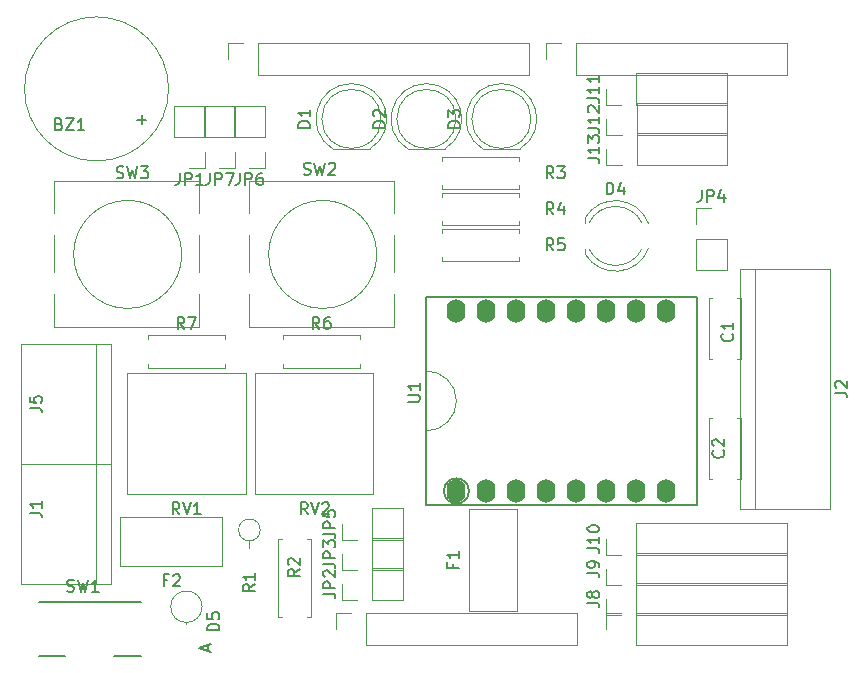
<source format=gbr>
%TF.GenerationSoftware,KiCad,Pcbnew,6.0.7-f9a2dced07~116~ubuntu20.04.1*%
%TF.CreationDate,2022-09-07T12:35:24+02:00*%
%TF.ProjectId,BATConcho,42415443-6f6e-4636-986f-2e6b69636164,rev?*%
%TF.SameCoordinates,Original*%
%TF.FileFunction,Legend,Top*%
%TF.FilePolarity,Positive*%
%FSLAX46Y46*%
G04 Gerber Fmt 4.6, Leading zero omitted, Abs format (unit mm)*
G04 Created by KiCad (PCBNEW 6.0.7-f9a2dced07~116~ubuntu20.04.1) date 2022-09-07 12:35:24*
%MOMM*%
%LPD*%
G01*
G04 APERTURE LIST*
%ADD10C,0.150000*%
%ADD11C,0.120000*%
%ADD12O,1.600000X2.000000*%
G04 APERTURE END LIST*
D10*
%TO.C,R7*%
X113803333Y-72047380D02*
X113470000Y-71571190D01*
X113231904Y-72047380D02*
X113231904Y-71047380D01*
X113612857Y-71047380D01*
X113708095Y-71095000D01*
X113755714Y-71142619D01*
X113803333Y-71237857D01*
X113803333Y-71380714D01*
X113755714Y-71475952D01*
X113708095Y-71523571D01*
X113612857Y-71571190D01*
X113231904Y-71571190D01*
X114136666Y-71047380D02*
X114803333Y-71047380D01*
X114374761Y-72047380D01*
%TO.C,R2*%
X123566380Y-92419666D02*
X123090190Y-92753000D01*
X123566380Y-92991095D02*
X122566380Y-92991095D01*
X122566380Y-92610142D01*
X122614000Y-92514904D01*
X122661619Y-92467285D01*
X122756857Y-92419666D01*
X122899714Y-92419666D01*
X122994952Y-92467285D01*
X123042571Y-92514904D01*
X123090190Y-92610142D01*
X123090190Y-92991095D01*
X122661619Y-92038714D02*
X122614000Y-91991095D01*
X122566380Y-91895857D01*
X122566380Y-91657761D01*
X122614000Y-91562523D01*
X122661619Y-91514904D01*
X122756857Y-91467285D01*
X122852095Y-91467285D01*
X122994952Y-91514904D01*
X123566380Y-92086333D01*
X123566380Y-91467285D01*
%TO.C,J10*%
X147922380Y-90649523D02*
X148636666Y-90649523D01*
X148779523Y-90697142D01*
X148874761Y-90792380D01*
X148922380Y-90935238D01*
X148922380Y-91030476D01*
X148922380Y-89649523D02*
X148922380Y-90220952D01*
X148922380Y-89935238D02*
X147922380Y-89935238D01*
X148065238Y-90030476D01*
X148160476Y-90125714D01*
X148208095Y-90220952D01*
X147922380Y-89030476D02*
X147922380Y-88935238D01*
X147970000Y-88840000D01*
X148017619Y-88792380D01*
X148112857Y-88744761D01*
X148303333Y-88697142D01*
X148541428Y-88697142D01*
X148731904Y-88744761D01*
X148827142Y-88792380D01*
X148874761Y-88840000D01*
X148922380Y-88935238D01*
X148922380Y-89030476D01*
X148874761Y-89125714D01*
X148827142Y-89173333D01*
X148731904Y-89220952D01*
X148541428Y-89268571D01*
X148303333Y-89268571D01*
X148112857Y-89220952D01*
X148017619Y-89173333D01*
X147970000Y-89125714D01*
X147922380Y-89030476D01*
%TO.C,F1*%
X136504571Y-91951333D02*
X136504571Y-92284666D01*
X137028380Y-92284666D02*
X136028380Y-92284666D01*
X136028380Y-91808476D01*
X137028380Y-90903714D02*
X137028380Y-91475142D01*
X137028380Y-91189428D02*
X136028380Y-91189428D01*
X136171238Y-91284666D01*
X136266476Y-91379904D01*
X136314095Y-91475142D01*
%TO.C,J11*%
X147922380Y-52549523D02*
X148636666Y-52549523D01*
X148779523Y-52597142D01*
X148874761Y-52692380D01*
X148922380Y-52835238D01*
X148922380Y-52930476D01*
X148922380Y-51549523D02*
X148922380Y-52120952D01*
X148922380Y-51835238D02*
X147922380Y-51835238D01*
X148065238Y-51930476D01*
X148160476Y-52025714D01*
X148208095Y-52120952D01*
X148922380Y-50597142D02*
X148922380Y-51168571D01*
X148922380Y-50882857D02*
X147922380Y-50882857D01*
X148065238Y-50978095D01*
X148160476Y-51073333D01*
X148208095Y-51168571D01*
%TO.C,D4*%
X149558904Y-60678380D02*
X149558904Y-59678380D01*
X149797000Y-59678380D01*
X149939857Y-59726000D01*
X150035095Y-59821238D01*
X150082714Y-59916476D01*
X150130333Y-60106952D01*
X150130333Y-60249809D01*
X150082714Y-60440285D01*
X150035095Y-60535523D01*
X149939857Y-60630761D01*
X149797000Y-60678380D01*
X149558904Y-60678380D01*
X150987476Y-60011714D02*
X150987476Y-60678380D01*
X150749380Y-59630761D02*
X150511285Y-60345047D01*
X151130333Y-60345047D01*
%TO.C,SW2*%
X123906666Y-58954761D02*
X124049523Y-59002380D01*
X124287619Y-59002380D01*
X124382857Y-58954761D01*
X124430476Y-58907142D01*
X124478095Y-58811904D01*
X124478095Y-58716666D01*
X124430476Y-58621428D01*
X124382857Y-58573809D01*
X124287619Y-58526190D01*
X124097142Y-58478571D01*
X124001904Y-58430952D01*
X123954285Y-58383333D01*
X123906666Y-58288095D01*
X123906666Y-58192857D01*
X123954285Y-58097619D01*
X124001904Y-58050000D01*
X124097142Y-58002380D01*
X124335238Y-58002380D01*
X124478095Y-58050000D01*
X124811428Y-58002380D02*
X125049523Y-59002380D01*
X125240000Y-58288095D01*
X125430476Y-59002380D01*
X125668571Y-58002380D01*
X126001904Y-58097619D02*
X126049523Y-58050000D01*
X126144761Y-58002380D01*
X126382857Y-58002380D01*
X126478095Y-58050000D01*
X126525714Y-58097619D01*
X126573333Y-58192857D01*
X126573333Y-58288095D01*
X126525714Y-58430952D01*
X125954285Y-59002380D01*
X126573333Y-59002380D01*
%TO.C,RV2*%
X124234761Y-87752380D02*
X123901428Y-87276190D01*
X123663333Y-87752380D02*
X123663333Y-86752380D01*
X124044285Y-86752380D01*
X124139523Y-86800000D01*
X124187142Y-86847619D01*
X124234761Y-86942857D01*
X124234761Y-87085714D01*
X124187142Y-87180952D01*
X124139523Y-87228571D01*
X124044285Y-87276190D01*
X123663333Y-87276190D01*
X124520476Y-86752380D02*
X124853809Y-87752380D01*
X125187142Y-86752380D01*
X125472857Y-86847619D02*
X125520476Y-86800000D01*
X125615714Y-86752380D01*
X125853809Y-86752380D01*
X125949047Y-86800000D01*
X125996666Y-86847619D01*
X126044285Y-86942857D01*
X126044285Y-87038095D01*
X125996666Y-87180952D01*
X125425238Y-87752380D01*
X126044285Y-87752380D01*
%TO.C,D2*%
X130782380Y-55018095D02*
X129782380Y-55018095D01*
X129782380Y-54780000D01*
X129830000Y-54637142D01*
X129925238Y-54541904D01*
X130020476Y-54494285D01*
X130210952Y-54446666D01*
X130353809Y-54446666D01*
X130544285Y-54494285D01*
X130639523Y-54541904D01*
X130734761Y-54637142D01*
X130782380Y-54780000D01*
X130782380Y-55018095D01*
X129877619Y-54065714D02*
X129830000Y-54018095D01*
X129782380Y-53922857D01*
X129782380Y-53684761D01*
X129830000Y-53589523D01*
X129877619Y-53541904D01*
X129972857Y-53494285D01*
X130068095Y-53494285D01*
X130210952Y-53541904D01*
X130782380Y-54113333D01*
X130782380Y-53494285D01*
%TO.C,JP7*%
X115930666Y-58861380D02*
X115930666Y-59575666D01*
X115883047Y-59718523D01*
X115787809Y-59813761D01*
X115644952Y-59861380D01*
X115549714Y-59861380D01*
X116406857Y-59861380D02*
X116406857Y-58861380D01*
X116787809Y-58861380D01*
X116883047Y-58909000D01*
X116930666Y-58956619D01*
X116978285Y-59051857D01*
X116978285Y-59194714D01*
X116930666Y-59289952D01*
X116883047Y-59337571D01*
X116787809Y-59385190D01*
X116406857Y-59385190D01*
X117311619Y-58861380D02*
X117978285Y-58861380D01*
X117549714Y-59861380D01*
%TO.C,D3*%
X137132380Y-55018095D02*
X136132380Y-55018095D01*
X136132380Y-54780000D01*
X136180000Y-54637142D01*
X136275238Y-54541904D01*
X136370476Y-54494285D01*
X136560952Y-54446666D01*
X136703809Y-54446666D01*
X136894285Y-54494285D01*
X136989523Y-54541904D01*
X137084761Y-54637142D01*
X137132380Y-54780000D01*
X137132380Y-55018095D01*
X136132380Y-54113333D02*
X136132380Y-53494285D01*
X136513333Y-53827619D01*
X136513333Y-53684761D01*
X136560952Y-53589523D01*
X136608571Y-53541904D01*
X136703809Y-53494285D01*
X136941904Y-53494285D01*
X137037142Y-53541904D01*
X137084761Y-53589523D01*
X137132380Y-53684761D01*
X137132380Y-53970476D01*
X137084761Y-54065714D01*
X137037142Y-54113333D01*
%TO.C,JP2*%
X125570380Y-94483333D02*
X126284666Y-94483333D01*
X126427523Y-94530952D01*
X126522761Y-94626190D01*
X126570380Y-94769047D01*
X126570380Y-94864285D01*
X126570380Y-94007142D02*
X125570380Y-94007142D01*
X125570380Y-93626190D01*
X125618000Y-93530952D01*
X125665619Y-93483333D01*
X125760857Y-93435714D01*
X125903714Y-93435714D01*
X125998952Y-93483333D01*
X126046571Y-93530952D01*
X126094190Y-93626190D01*
X126094190Y-94007142D01*
X125665619Y-93054761D02*
X125618000Y-93007142D01*
X125570380Y-92911904D01*
X125570380Y-92673809D01*
X125618000Y-92578571D01*
X125665619Y-92530952D01*
X125760857Y-92483333D01*
X125856095Y-92483333D01*
X125998952Y-92530952D01*
X126570380Y-93102380D01*
X126570380Y-92483333D01*
%TO.C,J13*%
X147932380Y-57629523D02*
X148646666Y-57629523D01*
X148789523Y-57677142D01*
X148884761Y-57772380D01*
X148932380Y-57915238D01*
X148932380Y-58010476D01*
X148932380Y-56629523D02*
X148932380Y-57200952D01*
X148932380Y-56915238D02*
X147932380Y-56915238D01*
X148075238Y-57010476D01*
X148170476Y-57105714D01*
X148218095Y-57200952D01*
X147932380Y-56296190D02*
X147932380Y-55677142D01*
X148313333Y-56010476D01*
X148313333Y-55867619D01*
X148360952Y-55772380D01*
X148408571Y-55724761D01*
X148503809Y-55677142D01*
X148741904Y-55677142D01*
X148837142Y-55724761D01*
X148884761Y-55772380D01*
X148932380Y-55867619D01*
X148932380Y-56153333D01*
X148884761Y-56248571D01*
X148837142Y-56296190D01*
%TO.C,J12*%
X147932380Y-55089523D02*
X148646666Y-55089523D01*
X148789523Y-55137142D01*
X148884761Y-55232380D01*
X148932380Y-55375238D01*
X148932380Y-55470476D01*
X148932380Y-54089523D02*
X148932380Y-54660952D01*
X148932380Y-54375238D02*
X147932380Y-54375238D01*
X148075238Y-54470476D01*
X148170476Y-54565714D01*
X148218095Y-54660952D01*
X148027619Y-53708571D02*
X147980000Y-53660952D01*
X147932380Y-53565714D01*
X147932380Y-53327619D01*
X147980000Y-53232380D01*
X148027619Y-53184761D01*
X148122857Y-53137142D01*
X148218095Y-53137142D01*
X148360952Y-53184761D01*
X148932380Y-53756190D01*
X148932380Y-53137142D01*
%TO.C,SW3*%
X108064666Y-59256761D02*
X108207523Y-59304380D01*
X108445619Y-59304380D01*
X108540857Y-59256761D01*
X108588476Y-59209142D01*
X108636095Y-59113904D01*
X108636095Y-59018666D01*
X108588476Y-58923428D01*
X108540857Y-58875809D01*
X108445619Y-58828190D01*
X108255142Y-58780571D01*
X108159904Y-58732952D01*
X108112285Y-58685333D01*
X108064666Y-58590095D01*
X108064666Y-58494857D01*
X108112285Y-58399619D01*
X108159904Y-58352000D01*
X108255142Y-58304380D01*
X108493238Y-58304380D01*
X108636095Y-58352000D01*
X108969428Y-58304380D02*
X109207523Y-59304380D01*
X109398000Y-58590095D01*
X109588476Y-59304380D01*
X109826571Y-58304380D01*
X110112285Y-58304380D02*
X110731333Y-58304380D01*
X110398000Y-58685333D01*
X110540857Y-58685333D01*
X110636095Y-58732952D01*
X110683714Y-58780571D01*
X110731333Y-58875809D01*
X110731333Y-59113904D01*
X110683714Y-59209142D01*
X110636095Y-59256761D01*
X110540857Y-59304380D01*
X110255142Y-59304380D01*
X110159904Y-59256761D01*
X110112285Y-59209142D01*
%TO.C,D1*%
X124432380Y-55018095D02*
X123432380Y-55018095D01*
X123432380Y-54780000D01*
X123480000Y-54637142D01*
X123575238Y-54541904D01*
X123670476Y-54494285D01*
X123860952Y-54446666D01*
X124003809Y-54446666D01*
X124194285Y-54494285D01*
X124289523Y-54541904D01*
X124384761Y-54637142D01*
X124432380Y-54780000D01*
X124432380Y-55018095D01*
X124432380Y-53494285D02*
X124432380Y-54065714D01*
X124432380Y-53780000D02*
X123432380Y-53780000D01*
X123575238Y-53875238D01*
X123670476Y-53970476D01*
X123718095Y-54065714D01*
%TO.C,JP6*%
X118470666Y-58861380D02*
X118470666Y-59575666D01*
X118423047Y-59718523D01*
X118327809Y-59813761D01*
X118184952Y-59861380D01*
X118089714Y-59861380D01*
X118946857Y-59861380D02*
X118946857Y-58861380D01*
X119327809Y-58861380D01*
X119423047Y-58909000D01*
X119470666Y-58956619D01*
X119518285Y-59051857D01*
X119518285Y-59194714D01*
X119470666Y-59289952D01*
X119423047Y-59337571D01*
X119327809Y-59385190D01*
X118946857Y-59385190D01*
X120375428Y-58861380D02*
X120184952Y-58861380D01*
X120089714Y-58909000D01*
X120042095Y-58956619D01*
X119946857Y-59099476D01*
X119899238Y-59289952D01*
X119899238Y-59670904D01*
X119946857Y-59766142D01*
X119994476Y-59813761D01*
X120089714Y-59861380D01*
X120280190Y-59861380D01*
X120375428Y-59813761D01*
X120423047Y-59766142D01*
X120470666Y-59670904D01*
X120470666Y-59432809D01*
X120423047Y-59337571D01*
X120375428Y-59289952D01*
X120280190Y-59242333D01*
X120089714Y-59242333D01*
X119994476Y-59289952D01*
X119946857Y-59337571D01*
X119899238Y-59432809D01*
%TO.C,C1*%
X160174142Y-72480666D02*
X160221761Y-72528285D01*
X160269380Y-72671142D01*
X160269380Y-72766380D01*
X160221761Y-72909238D01*
X160126523Y-73004476D01*
X160031285Y-73052095D01*
X159840809Y-73099714D01*
X159697952Y-73099714D01*
X159507476Y-73052095D01*
X159412238Y-73004476D01*
X159317000Y-72909238D01*
X159269380Y-72766380D01*
X159269380Y-72671142D01*
X159317000Y-72528285D01*
X159364619Y-72480666D01*
X160269380Y-71528285D02*
X160269380Y-72099714D01*
X160269380Y-71814000D02*
X159269380Y-71814000D01*
X159412238Y-71909238D01*
X159507476Y-72004476D01*
X159555095Y-72099714D01*
%TO.C,C2*%
X159412142Y-82346666D02*
X159459761Y-82394285D01*
X159507380Y-82537142D01*
X159507380Y-82632380D01*
X159459761Y-82775238D01*
X159364523Y-82870476D01*
X159269285Y-82918095D01*
X159078809Y-82965714D01*
X158935952Y-82965714D01*
X158745476Y-82918095D01*
X158650238Y-82870476D01*
X158555000Y-82775238D01*
X158507380Y-82632380D01*
X158507380Y-82537142D01*
X158555000Y-82394285D01*
X158602619Y-82346666D01*
X158602619Y-81965714D02*
X158555000Y-81918095D01*
X158507380Y-81822857D01*
X158507380Y-81584761D01*
X158555000Y-81489523D01*
X158602619Y-81441904D01*
X158697857Y-81394285D01*
X158793095Y-81394285D01*
X158935952Y-81441904D01*
X159507380Y-82013333D01*
X159507380Y-81394285D01*
%TO.C,J5*%
X100722380Y-78743333D02*
X101436666Y-78743333D01*
X101579523Y-78790952D01*
X101674761Y-78886190D01*
X101722380Y-79029047D01*
X101722380Y-79124285D01*
X100722380Y-77790952D02*
X100722380Y-78267142D01*
X101198571Y-78314761D01*
X101150952Y-78267142D01*
X101103333Y-78171904D01*
X101103333Y-77933809D01*
X101150952Y-77838571D01*
X101198571Y-77790952D01*
X101293809Y-77743333D01*
X101531904Y-77743333D01*
X101627142Y-77790952D01*
X101674761Y-77838571D01*
X101722380Y-77933809D01*
X101722380Y-78171904D01*
X101674761Y-78267142D01*
X101627142Y-78314761D01*
%TO.C,R6*%
X125233333Y-72047380D02*
X124900000Y-71571190D01*
X124661904Y-72047380D02*
X124661904Y-71047380D01*
X125042857Y-71047380D01*
X125138095Y-71095000D01*
X125185714Y-71142619D01*
X125233333Y-71237857D01*
X125233333Y-71380714D01*
X125185714Y-71475952D01*
X125138095Y-71523571D01*
X125042857Y-71571190D01*
X124661904Y-71571190D01*
X126090476Y-71047380D02*
X125900000Y-71047380D01*
X125804761Y-71095000D01*
X125757142Y-71142619D01*
X125661904Y-71285476D01*
X125614285Y-71475952D01*
X125614285Y-71856904D01*
X125661904Y-71952142D01*
X125709523Y-71999761D01*
X125804761Y-72047380D01*
X125995238Y-72047380D01*
X126090476Y-71999761D01*
X126138095Y-71952142D01*
X126185714Y-71856904D01*
X126185714Y-71618809D01*
X126138095Y-71523571D01*
X126090476Y-71475952D01*
X125995238Y-71428333D01*
X125804761Y-71428333D01*
X125709523Y-71475952D01*
X125661904Y-71523571D01*
X125614285Y-71618809D01*
%TO.C,JP5*%
X125570380Y-89403333D02*
X126284666Y-89403333D01*
X126427523Y-89450952D01*
X126522761Y-89546190D01*
X126570380Y-89689047D01*
X126570380Y-89784285D01*
X126570380Y-88927142D02*
X125570380Y-88927142D01*
X125570380Y-88546190D01*
X125618000Y-88450952D01*
X125665619Y-88403333D01*
X125760857Y-88355714D01*
X125903714Y-88355714D01*
X125998952Y-88403333D01*
X126046571Y-88450952D01*
X126094190Y-88546190D01*
X126094190Y-88927142D01*
X125570380Y-87450952D02*
X125570380Y-87927142D01*
X126046571Y-87974761D01*
X125998952Y-87927142D01*
X125951333Y-87831904D01*
X125951333Y-87593809D01*
X125998952Y-87498571D01*
X126046571Y-87450952D01*
X126141809Y-87403333D01*
X126379904Y-87403333D01*
X126475142Y-87450952D01*
X126522761Y-87498571D01*
X126570380Y-87593809D01*
X126570380Y-87831904D01*
X126522761Y-87927142D01*
X126475142Y-87974761D01*
%TO.C,R3*%
X145045333Y-59304380D02*
X144712000Y-58828190D01*
X144473904Y-59304380D02*
X144473904Y-58304380D01*
X144854857Y-58304380D01*
X144950095Y-58352000D01*
X144997714Y-58399619D01*
X145045333Y-58494857D01*
X145045333Y-58637714D01*
X144997714Y-58732952D01*
X144950095Y-58780571D01*
X144854857Y-58828190D01*
X144473904Y-58828190D01*
X145378666Y-58304380D02*
X145997714Y-58304380D01*
X145664380Y-58685333D01*
X145807238Y-58685333D01*
X145902476Y-58732952D01*
X145950095Y-58780571D01*
X145997714Y-58875809D01*
X145997714Y-59113904D01*
X145950095Y-59209142D01*
X145902476Y-59256761D01*
X145807238Y-59304380D01*
X145521523Y-59304380D01*
X145426285Y-59256761D01*
X145378666Y-59209142D01*
%TO.C,R1*%
X119756380Y-93689666D02*
X119280190Y-94023000D01*
X119756380Y-94261095D02*
X118756380Y-94261095D01*
X118756380Y-93880142D01*
X118804000Y-93784904D01*
X118851619Y-93737285D01*
X118946857Y-93689666D01*
X119089714Y-93689666D01*
X119184952Y-93737285D01*
X119232571Y-93784904D01*
X119280190Y-93880142D01*
X119280190Y-94261095D01*
X119756380Y-92737285D02*
X119756380Y-93308714D01*
X119756380Y-93023000D02*
X118756380Y-93023000D01*
X118899238Y-93118238D01*
X118994476Y-93213476D01*
X119042095Y-93308714D01*
%TO.C,JP1*%
X113390666Y-58861380D02*
X113390666Y-59575666D01*
X113343047Y-59718523D01*
X113247809Y-59813761D01*
X113104952Y-59861380D01*
X113009714Y-59861380D01*
X113866857Y-59861380D02*
X113866857Y-58861380D01*
X114247809Y-58861380D01*
X114343047Y-58909000D01*
X114390666Y-58956619D01*
X114438285Y-59051857D01*
X114438285Y-59194714D01*
X114390666Y-59289952D01*
X114343047Y-59337571D01*
X114247809Y-59385190D01*
X113866857Y-59385190D01*
X115390666Y-59861380D02*
X114819238Y-59861380D01*
X115104952Y-59861380D02*
X115104952Y-58861380D01*
X115009714Y-59004238D01*
X114914476Y-59099476D01*
X114819238Y-59147095D01*
%TO.C,F2*%
X112366666Y-93324571D02*
X112033333Y-93324571D01*
X112033333Y-93848380D02*
X112033333Y-92848380D01*
X112509523Y-92848380D01*
X112842857Y-92943619D02*
X112890476Y-92896000D01*
X112985714Y-92848380D01*
X113223809Y-92848380D01*
X113319047Y-92896000D01*
X113366666Y-92943619D01*
X113414285Y-93038857D01*
X113414285Y-93134095D01*
X113366666Y-93276952D01*
X112795238Y-93848380D01*
X113414285Y-93848380D01*
%TO.C,D5*%
X116748751Y-97591781D02*
X115748751Y-97591781D01*
X115748751Y-97353686D01*
X115796371Y-97210828D01*
X115891609Y-97115590D01*
X115986847Y-97067971D01*
X116177323Y-97020352D01*
X116320180Y-97020352D01*
X116510656Y-97067971D01*
X116605894Y-97115590D01*
X116701132Y-97210828D01*
X116748751Y-97353686D01*
X116748751Y-97591781D01*
X115748751Y-96115590D02*
X115748751Y-96591781D01*
X116224942Y-96639400D01*
X116177323Y-96591781D01*
X116129704Y-96496543D01*
X116129704Y-96258447D01*
X116177323Y-96163209D01*
X116224942Y-96115590D01*
X116320180Y-96067971D01*
X116558275Y-96067971D01*
X116653513Y-96115590D01*
X116701132Y-96163209D01*
X116748751Y-96258447D01*
X116748751Y-96496543D01*
X116701132Y-96591781D01*
X116653513Y-96639400D01*
X115787666Y-99349095D02*
X115787666Y-98872904D01*
X116073380Y-99444333D02*
X115073380Y-99111000D01*
X116073380Y-98777666D01*
%TO.C,RV1*%
X113374761Y-87752380D02*
X113041428Y-87276190D01*
X112803333Y-87752380D02*
X112803333Y-86752380D01*
X113184285Y-86752380D01*
X113279523Y-86800000D01*
X113327142Y-86847619D01*
X113374761Y-86942857D01*
X113374761Y-87085714D01*
X113327142Y-87180952D01*
X113279523Y-87228571D01*
X113184285Y-87276190D01*
X112803333Y-87276190D01*
X113660476Y-86752380D02*
X113993809Y-87752380D01*
X114327142Y-86752380D01*
X115184285Y-87752380D02*
X114612857Y-87752380D01*
X114898571Y-87752380D02*
X114898571Y-86752380D01*
X114803333Y-86895238D01*
X114708095Y-86990476D01*
X114612857Y-87038095D01*
%TO.C,BZ1*%
X103183047Y-54716571D02*
X103325904Y-54764190D01*
X103373523Y-54811809D01*
X103421142Y-54907047D01*
X103421142Y-55049904D01*
X103373523Y-55145142D01*
X103325904Y-55192761D01*
X103230666Y-55240380D01*
X102849714Y-55240380D01*
X102849714Y-54240380D01*
X103183047Y-54240380D01*
X103278285Y-54288000D01*
X103325904Y-54335619D01*
X103373523Y-54430857D01*
X103373523Y-54526095D01*
X103325904Y-54621333D01*
X103278285Y-54668952D01*
X103183047Y-54716571D01*
X102849714Y-54716571D01*
X103754476Y-54240380D02*
X104421142Y-54240380D01*
X103754476Y-55240380D01*
X104421142Y-55240380D01*
X105325904Y-55240380D02*
X104754476Y-55240380D01*
X105040190Y-55240380D02*
X105040190Y-54240380D01*
X104944952Y-54383238D01*
X104849714Y-54478476D01*
X104754476Y-54526095D01*
X109789047Y-54351428D02*
X110550952Y-54351428D01*
X110170000Y-54732380D02*
X110170000Y-53970476D01*
%TO.C,SW1*%
X103876666Y-94264761D02*
X104019523Y-94312380D01*
X104257619Y-94312380D01*
X104352857Y-94264761D01*
X104400476Y-94217142D01*
X104448095Y-94121904D01*
X104448095Y-94026666D01*
X104400476Y-93931428D01*
X104352857Y-93883809D01*
X104257619Y-93836190D01*
X104067142Y-93788571D01*
X103971904Y-93740952D01*
X103924285Y-93693333D01*
X103876666Y-93598095D01*
X103876666Y-93502857D01*
X103924285Y-93407619D01*
X103971904Y-93360000D01*
X104067142Y-93312380D01*
X104305238Y-93312380D01*
X104448095Y-93360000D01*
X104781428Y-93312380D02*
X105019523Y-94312380D01*
X105210000Y-93598095D01*
X105400476Y-94312380D01*
X105638571Y-93312380D01*
X106543333Y-94312380D02*
X105971904Y-94312380D01*
X106257619Y-94312380D02*
X106257619Y-93312380D01*
X106162380Y-93455238D01*
X106067142Y-93550476D01*
X105971904Y-93598095D01*
%TO.C,J2*%
X168895380Y-77453333D02*
X169609666Y-77453333D01*
X169752523Y-77500952D01*
X169847761Y-77596190D01*
X169895380Y-77739047D01*
X169895380Y-77834285D01*
X168990619Y-77024761D02*
X168943000Y-76977142D01*
X168895380Y-76881904D01*
X168895380Y-76643809D01*
X168943000Y-76548571D01*
X168990619Y-76500952D01*
X169085857Y-76453333D01*
X169181095Y-76453333D01*
X169323952Y-76500952D01*
X169895380Y-77072380D01*
X169895380Y-76453333D01*
%TO.C,J1*%
X100722380Y-87633333D02*
X101436666Y-87633333D01*
X101579523Y-87680952D01*
X101674761Y-87776190D01*
X101722380Y-87919047D01*
X101722380Y-88014285D01*
X101722380Y-86633333D02*
X101722380Y-87204761D01*
X101722380Y-86919047D02*
X100722380Y-86919047D01*
X100865238Y-87014285D01*
X100960476Y-87109523D01*
X101008095Y-87204761D01*
%TO.C,R4*%
X145045333Y-62352380D02*
X144712000Y-61876190D01*
X144473904Y-62352380D02*
X144473904Y-61352380D01*
X144854857Y-61352380D01*
X144950095Y-61400000D01*
X144997714Y-61447619D01*
X145045333Y-61542857D01*
X145045333Y-61685714D01*
X144997714Y-61780952D01*
X144950095Y-61828571D01*
X144854857Y-61876190D01*
X144473904Y-61876190D01*
X145902476Y-61685714D02*
X145902476Y-62352380D01*
X145664380Y-61304761D02*
X145426285Y-62019047D01*
X146045333Y-62019047D01*
%TO.C,R5*%
X145045333Y-65400380D02*
X144712000Y-64924190D01*
X144473904Y-65400380D02*
X144473904Y-64400380D01*
X144854857Y-64400380D01*
X144950095Y-64448000D01*
X144997714Y-64495619D01*
X145045333Y-64590857D01*
X145045333Y-64733714D01*
X144997714Y-64828952D01*
X144950095Y-64876571D01*
X144854857Y-64924190D01*
X144473904Y-64924190D01*
X145950095Y-64400380D02*
X145473904Y-64400380D01*
X145426285Y-64876571D01*
X145473904Y-64828952D01*
X145569142Y-64781333D01*
X145807238Y-64781333D01*
X145902476Y-64828952D01*
X145950095Y-64876571D01*
X145997714Y-64971809D01*
X145997714Y-65209904D01*
X145950095Y-65305142D01*
X145902476Y-65352761D01*
X145807238Y-65400380D01*
X145569142Y-65400380D01*
X145473904Y-65352761D01*
X145426285Y-65305142D01*
%TO.C,JP3*%
X125565380Y-91943333D02*
X126279666Y-91943333D01*
X126422523Y-91990952D01*
X126517761Y-92086190D01*
X126565380Y-92229047D01*
X126565380Y-92324285D01*
X126565380Y-91467142D02*
X125565380Y-91467142D01*
X125565380Y-91086190D01*
X125613000Y-90990952D01*
X125660619Y-90943333D01*
X125755857Y-90895714D01*
X125898714Y-90895714D01*
X125993952Y-90943333D01*
X126041571Y-90990952D01*
X126089190Y-91086190D01*
X126089190Y-91467142D01*
X125565380Y-90562380D02*
X125565380Y-89943333D01*
X125946333Y-90276666D01*
X125946333Y-90133809D01*
X125993952Y-90038571D01*
X126041571Y-89990952D01*
X126136809Y-89943333D01*
X126374904Y-89943333D01*
X126470142Y-89990952D01*
X126517761Y-90038571D01*
X126565380Y-90133809D01*
X126565380Y-90419523D01*
X126517761Y-90514761D01*
X126470142Y-90562380D01*
%TO.C,J8*%
X147922380Y-95253333D02*
X148636666Y-95253333D01*
X148779523Y-95300952D01*
X148874761Y-95396190D01*
X148922380Y-95539047D01*
X148922380Y-95634285D01*
X148350952Y-94634285D02*
X148303333Y-94729523D01*
X148255714Y-94777142D01*
X148160476Y-94824761D01*
X148112857Y-94824761D01*
X148017619Y-94777142D01*
X147970000Y-94729523D01*
X147922380Y-94634285D01*
X147922380Y-94443809D01*
X147970000Y-94348571D01*
X148017619Y-94300952D01*
X148112857Y-94253333D01*
X148160476Y-94253333D01*
X148255714Y-94300952D01*
X148303333Y-94348571D01*
X148350952Y-94443809D01*
X148350952Y-94634285D01*
X148398571Y-94729523D01*
X148446190Y-94777142D01*
X148541428Y-94824761D01*
X148731904Y-94824761D01*
X148827142Y-94777142D01*
X148874761Y-94729523D01*
X148922380Y-94634285D01*
X148922380Y-94443809D01*
X148874761Y-94348571D01*
X148827142Y-94300952D01*
X148731904Y-94253333D01*
X148541428Y-94253333D01*
X148446190Y-94300952D01*
X148398571Y-94348571D01*
X148350952Y-94443809D01*
%TO.C,U1*%
X132742380Y-78217904D02*
X133551904Y-78217904D01*
X133647142Y-78170285D01*
X133694761Y-78122666D01*
X133742380Y-78027428D01*
X133742380Y-77836952D01*
X133694761Y-77741714D01*
X133647142Y-77694095D01*
X133551904Y-77646476D01*
X132742380Y-77646476D01*
X133742380Y-76646476D02*
X133742380Y-77217904D01*
X133742380Y-76932190D02*
X132742380Y-76932190D01*
X132885238Y-77027428D01*
X132980476Y-77122666D01*
X133028095Y-77217904D01*
%TO.C,JP4*%
X157586666Y-60292380D02*
X157586666Y-61006666D01*
X157539047Y-61149523D01*
X157443809Y-61244761D01*
X157300952Y-61292380D01*
X157205714Y-61292380D01*
X158062857Y-61292380D02*
X158062857Y-60292380D01*
X158443809Y-60292380D01*
X158539047Y-60340000D01*
X158586666Y-60387619D01*
X158634285Y-60482857D01*
X158634285Y-60625714D01*
X158586666Y-60720952D01*
X158539047Y-60768571D01*
X158443809Y-60816190D01*
X158062857Y-60816190D01*
X159491428Y-60625714D02*
X159491428Y-61292380D01*
X159253333Y-60244761D02*
X159015238Y-60959047D01*
X159634285Y-60959047D01*
%TO.C,J9*%
X147922380Y-92713333D02*
X148636666Y-92713333D01*
X148779523Y-92760952D01*
X148874761Y-92856190D01*
X148922380Y-92999047D01*
X148922380Y-93094285D01*
X148922380Y-92189523D02*
X148922380Y-91999047D01*
X148874761Y-91903809D01*
X148827142Y-91856190D01*
X148684285Y-91760952D01*
X148493809Y-91713333D01*
X148112857Y-91713333D01*
X148017619Y-91760952D01*
X147970000Y-91808571D01*
X147922380Y-91903809D01*
X147922380Y-92094285D01*
X147970000Y-92189523D01*
X148017619Y-92237142D01*
X148112857Y-92284761D01*
X148350952Y-92284761D01*
X148446190Y-92237142D01*
X148493809Y-92189523D01*
X148541428Y-92094285D01*
X148541428Y-91903809D01*
X148493809Y-91808571D01*
X148446190Y-91760952D01*
X148350952Y-91713333D01*
D11*
%TO.C,R7*%
X117240000Y-75335000D02*
X117240000Y-75005000D01*
X110700000Y-72595000D02*
X117240000Y-72595000D01*
X110700000Y-75335000D02*
X117240000Y-75335000D01*
X110700000Y-75005000D02*
X110700000Y-75335000D01*
X110700000Y-72925000D02*
X110700000Y-72595000D01*
X117240000Y-72595000D02*
X117240000Y-72925000D01*
%TO.C,J4*%
X147050000Y-98790000D02*
X147050000Y-96130000D01*
X129210000Y-96130000D02*
X147050000Y-96130000D01*
X129210000Y-98790000D02*
X129210000Y-96130000D01*
X126610000Y-97460000D02*
X126610000Y-96130000D01*
X126610000Y-96130000D02*
X127940000Y-96130000D01*
X129210000Y-98790000D02*
X147050000Y-98790000D01*
%TO.C,J6*%
X152070000Y-96130000D02*
X164830000Y-96130000D01*
X149470000Y-97460000D02*
X149470000Y-96130000D01*
X152070000Y-98790000D02*
X152070000Y-96130000D01*
X152070000Y-98790000D02*
X164830000Y-98790000D01*
X164830000Y-98790000D02*
X164830000Y-96130000D01*
X149470000Y-96130000D02*
X150800000Y-96130000D01*
%TO.C,J3*%
X142986000Y-50530000D02*
X142986000Y-47870000D01*
X120066000Y-50530000D02*
X142986000Y-50530000D01*
X117466000Y-47870000D02*
X118796000Y-47870000D01*
X117466000Y-49200000D02*
X117466000Y-47870000D01*
X120066000Y-47870000D02*
X142986000Y-47870000D01*
X120066000Y-50530000D02*
X120066000Y-47870000D01*
%TO.C,J7*%
X164830000Y-50530000D02*
X164830000Y-47870000D01*
X146990000Y-50530000D02*
X164830000Y-50530000D01*
X144390000Y-49200000D02*
X144390000Y-47870000D01*
X146990000Y-50530000D02*
X146990000Y-47870000D01*
X144390000Y-47870000D02*
X145720000Y-47870000D01*
X146990000Y-47870000D02*
X164830000Y-47870000D01*
%TO.C,R2*%
X124154000Y-89872000D02*
X124484000Y-89872000D01*
X124484000Y-96412000D02*
X124154000Y-96412000D01*
X121744000Y-89872000D02*
X121744000Y-96412000D01*
X122074000Y-89872000D02*
X121744000Y-89872000D01*
X124484000Y-89872000D02*
X124484000Y-96412000D01*
X121744000Y-96412000D02*
X122074000Y-96412000D01*
%TO.C,J10*%
X150800000Y-91170000D02*
X149470000Y-91170000D01*
X152070000Y-91170000D02*
X164830000Y-91170000D01*
X152070000Y-91170000D02*
X152070000Y-88510000D01*
X149470000Y-91170000D02*
X149470000Y-89840000D01*
X164830000Y-91170000D02*
X164830000Y-88510000D01*
X152070000Y-88510000D02*
X164830000Y-88510000D01*
%TO.C,F1*%
X137866000Y-87308000D02*
X141966000Y-87308000D01*
X137866000Y-95908000D02*
X141966000Y-95908000D01*
X137866000Y-95908000D02*
X137866000Y-87308000D01*
X141966000Y-95908000D02*
X141966000Y-87308000D01*
%TO.C,J11*%
X152070000Y-53070000D02*
X159750000Y-53070000D01*
X159750000Y-53070000D02*
X159750000Y-50410000D01*
X152070000Y-50410000D02*
X159750000Y-50410000D01*
X149470000Y-53070000D02*
X149470000Y-51740000D01*
X152070000Y-53070000D02*
X152070000Y-50410000D01*
X150800000Y-53070000D02*
X149470000Y-53070000D01*
%TO.C,D4*%
X147737000Y-62641000D02*
X147737000Y-63106000D01*
X147737000Y-65266000D02*
X147737000Y-65731000D01*
X153084815Y-63105173D02*
G75*
G03*
X147737000Y-62641170I-2787815J-1080827D01*
G01*
X148042316Y-65266000D02*
G75*
G03*
X152551479Y-65266429I2254684J1080000D01*
G01*
X147737000Y-65730830D02*
G75*
G03*
X153084815Y-65266827I2560000J1544830D01*
G01*
X152551479Y-63105571D02*
G75*
G03*
X148042316Y-63106000I-2254479J-1080429D01*
G01*
%TO.C,SW2*%
X119260000Y-67280000D02*
X119260000Y-64140000D01*
X131560000Y-69140000D02*
X131560000Y-71860000D01*
X119260000Y-71860000D02*
X119260000Y-69140000D01*
X131560000Y-59560000D02*
X131560000Y-62280000D01*
X119260000Y-62280000D02*
X119260000Y-59560000D01*
X119260000Y-59560000D02*
X131560000Y-59560000D01*
X131560000Y-71860000D02*
X119260000Y-71860000D01*
X131560000Y-64140000D02*
X131560000Y-67280000D01*
X130089050Y-65750000D02*
G75*
G03*
X130089050Y-65750000I-4579050J0D01*
G01*
%TO.C,RV2*%
X120865000Y-75830000D02*
X119770000Y-75830000D01*
X129811000Y-75830000D02*
X129811000Y-86070000D01*
X129811000Y-75830000D02*
X128716000Y-75830000D01*
X123365000Y-86070000D02*
X119770000Y-86070000D01*
X125864000Y-75830000D02*
X123715000Y-75830000D01*
X126215000Y-86070000D02*
X123365000Y-86070000D01*
X129811000Y-86070000D02*
X126215000Y-86070000D01*
X119770000Y-75830000D02*
X119770000Y-86070000D01*
X128716000Y-75830000D02*
X125864000Y-75830000D01*
X123715000Y-75830000D02*
X120865000Y-75830000D01*
%TO.C,D2*%
X132745000Y-56840000D02*
X135835000Y-56840000D01*
X134290462Y-51290000D02*
G75*
G03*
X132745170Y-56840000I-462J-2990000D01*
G01*
X135834830Y-56840000D02*
G75*
G03*
X134289538Y-51290000I-1544830J2560000D01*
G01*
X136790000Y-54280000D02*
G75*
G03*
X136790000Y-54280000I-2500000J0D01*
G01*
%TO.C,JP7*%
X115434000Y-55809000D02*
X115434000Y-53209000D01*
X118094000Y-55809000D02*
X115434000Y-55809000D01*
X118094000Y-55809000D02*
X118094000Y-53209000D01*
X118094000Y-57079000D02*
X118094000Y-58409000D01*
X118094000Y-53209000D02*
X115434000Y-53209000D01*
X118094000Y-58409000D02*
X116764000Y-58409000D01*
%TO.C,D3*%
X139095000Y-56840000D02*
X142185000Y-56840000D01*
X140640462Y-51290000D02*
G75*
G03*
X139095170Y-56840000I-462J-2990000D01*
G01*
X142184830Y-56840000D02*
G75*
G03*
X140639538Y-51290000I-1544830J2560000D01*
G01*
X143140000Y-54280000D02*
G75*
G03*
X143140000Y-54280000I-2500000J0D01*
G01*
%TO.C,JP2*%
X129718000Y-94980000D02*
X132318000Y-94980000D01*
X128448000Y-94980000D02*
X127118000Y-94980000D01*
X132318000Y-94980000D02*
X132318000Y-92320000D01*
X129718000Y-94980000D02*
X129718000Y-92320000D01*
X129718000Y-92320000D02*
X132318000Y-92320000D01*
X127118000Y-94980000D02*
X127118000Y-93650000D01*
%TO.C,J13*%
X159760000Y-58150000D02*
X159760000Y-55490000D01*
X152080000Y-58150000D02*
X152080000Y-55490000D01*
X150810000Y-58150000D02*
X149480000Y-58150000D01*
X152080000Y-58150000D02*
X159760000Y-58150000D01*
X152080000Y-55490000D02*
X159760000Y-55490000D01*
X149480000Y-58150000D02*
X149480000Y-56820000D01*
%TO.C,J12*%
X152080000Y-55610000D02*
X152080000Y-52950000D01*
X152080000Y-55610000D02*
X159760000Y-55610000D01*
X149480000Y-55610000D02*
X149480000Y-54280000D01*
X150810000Y-55610000D02*
X149480000Y-55610000D01*
X159760000Y-55610000D02*
X159760000Y-52950000D01*
X152080000Y-52950000D02*
X159760000Y-52950000D01*
%TO.C,SW3*%
X115050000Y-59560000D02*
X115050000Y-62280000D01*
X102750000Y-67280000D02*
X102750000Y-64140000D01*
X115050000Y-71860000D02*
X102750000Y-71860000D01*
X102750000Y-71860000D02*
X102750000Y-69140000D01*
X115050000Y-69140000D02*
X115050000Y-71860000D01*
X102750000Y-59560000D02*
X115050000Y-59560000D01*
X102750000Y-62280000D02*
X102750000Y-59560000D01*
X115050000Y-64140000D02*
X115050000Y-67280000D01*
X113579050Y-65750000D02*
G75*
G03*
X113579050Y-65750000I-4579050J0D01*
G01*
%TO.C,D1*%
X126395000Y-56840000D02*
X129485000Y-56840000D01*
X127940462Y-51290000D02*
G75*
G03*
X126395170Y-56840000I-462J-2990000D01*
G01*
X129484830Y-56840000D02*
G75*
G03*
X127939538Y-51290000I-1544830J2560000D01*
G01*
X130440000Y-54280000D02*
G75*
G03*
X130440000Y-54280000I-2500000J0D01*
G01*
%TO.C,JP6*%
X117974000Y-55809000D02*
X117974000Y-53209000D01*
X120634000Y-55809000D02*
X117974000Y-55809000D01*
X120634000Y-53209000D02*
X117974000Y-53209000D01*
X120634000Y-55809000D02*
X120634000Y-53209000D01*
X120634000Y-58409000D02*
X119304000Y-58409000D01*
X120634000Y-57079000D02*
X120634000Y-58409000D01*
%TO.C,C1*%
X158508000Y-74640000D02*
X158193000Y-74640000D01*
X160933000Y-74640000D02*
X160618000Y-74640000D01*
X158193000Y-69400000D02*
X158193000Y-74640000D01*
X158508000Y-69400000D02*
X158193000Y-69400000D01*
X160933000Y-69400000D02*
X160618000Y-69400000D01*
X160933000Y-69400000D02*
X160933000Y-74640000D01*
%TO.C,C2*%
X160933000Y-79560000D02*
X160933000Y-84800000D01*
X160933000Y-79560000D02*
X160618000Y-79560000D01*
X158193000Y-79560000D02*
X158193000Y-84800000D01*
X160933000Y-84800000D02*
X160618000Y-84800000D01*
X158508000Y-84800000D02*
X158193000Y-84800000D01*
X158508000Y-79560000D02*
X158193000Y-79560000D01*
%TO.C,J5*%
X100000000Y-73330000D02*
X100000000Y-83490000D01*
X100000000Y-83490000D02*
X107620000Y-83490000D01*
X107620000Y-83490000D02*
X107620000Y-73330000D01*
X106350000Y-73330000D02*
X106350000Y-83490000D01*
X107620000Y-73330000D02*
X100000000Y-73330000D01*
%TO.C,R6*%
X122130000Y-75335000D02*
X128670000Y-75335000D01*
X122130000Y-75005000D02*
X122130000Y-75335000D01*
X128670000Y-72595000D02*
X128670000Y-72925000D01*
X128670000Y-75335000D02*
X128670000Y-75005000D01*
X122130000Y-72595000D02*
X128670000Y-72595000D01*
X122130000Y-72925000D02*
X122130000Y-72595000D01*
%TO.C,JP5*%
X129718000Y-87240000D02*
X132318000Y-87240000D01*
X132318000Y-89900000D02*
X132318000Y-87240000D01*
X127118000Y-89900000D02*
X127118000Y-88570000D01*
X128448000Y-89900000D02*
X127118000Y-89900000D01*
X129718000Y-89900000D02*
X129718000Y-87240000D01*
X129718000Y-89900000D02*
X132318000Y-89900000D01*
%TO.C,R3*%
X142132000Y-57482000D02*
X142132000Y-57812000D01*
X135592000Y-57812000D02*
X135592000Y-57482000D01*
X142132000Y-60222000D02*
X142132000Y-59892000D01*
X135592000Y-57482000D02*
X142132000Y-57482000D01*
X135592000Y-60222000D02*
X142132000Y-60222000D01*
X135592000Y-59892000D02*
X135592000Y-60222000D01*
%TO.C,R1*%
X119304000Y-89998000D02*
X119304000Y-90618000D01*
X120224000Y-89078000D02*
G75*
G03*
X120224000Y-89078000I-920000J0D01*
G01*
%TO.C,JP1*%
X112894000Y-55809000D02*
X112894000Y-53209000D01*
X115554000Y-58409000D02*
X114224000Y-58409000D01*
X115554000Y-53209000D02*
X112894000Y-53209000D01*
X115554000Y-55809000D02*
X115554000Y-53209000D01*
X115554000Y-55809000D02*
X112894000Y-55809000D01*
X115554000Y-57079000D02*
X115554000Y-58409000D01*
%TO.C,F2*%
X116990000Y-92106000D02*
X116990000Y-88006000D01*
X116990000Y-92106000D02*
X108390000Y-92106000D01*
X108390000Y-92106000D02*
X108390000Y-88006000D01*
X116990000Y-88006000D02*
X108390000Y-88006000D01*
%TO.C,D5*%
X113970000Y-96910057D02*
X113970000Y-97023686D01*
X115296371Y-95583686D02*
G75*
G03*
X115296371Y-95583686I-1326371J0D01*
G01*
%TO.C,RV1*%
X117921000Y-75830000D02*
X115069000Y-75830000D01*
X108975000Y-75830000D02*
X108975000Y-86070000D01*
X115069000Y-75830000D02*
X112920000Y-75830000D01*
X112570000Y-86070000D02*
X108975000Y-86070000D01*
X119016000Y-86070000D02*
X115420000Y-86070000D01*
X110070000Y-75830000D02*
X108975000Y-75830000D01*
X112920000Y-75830000D02*
X110070000Y-75830000D01*
X119016000Y-75830000D02*
X117921000Y-75830000D01*
X115420000Y-86070000D02*
X112570000Y-86070000D01*
X119016000Y-75830000D02*
X119016000Y-86070000D01*
%TO.C,BZ1*%
X112460000Y-51740000D02*
G75*
G03*
X112460000Y-51740000I-6100000J0D01*
G01*
D10*
%TO.C,SW1*%
X107810000Y-99760000D02*
X110110000Y-99760000D01*
X101510000Y-95160000D02*
X110110000Y-95160000D01*
X101510000Y-99760000D02*
X103710000Y-99760000D01*
D11*
%TO.C,J2*%
X168453000Y-66980000D02*
X168453000Y-87300000D01*
X162103000Y-87300000D02*
X162103000Y-66980000D01*
X160833000Y-87300000D02*
X168453000Y-87300000D01*
X160833000Y-66980000D02*
X160833000Y-87300000D01*
X168453000Y-66980000D02*
X160833000Y-66980000D01*
%TO.C,J1*%
X100000000Y-83490000D02*
X100000000Y-93650000D01*
X107620000Y-93650000D02*
X107620000Y-83490000D01*
X107620000Y-83490000D02*
X100000000Y-83490000D01*
X100000000Y-93650000D02*
X107620000Y-93650000D01*
X106350000Y-83490000D02*
X106350000Y-93650000D01*
%TO.C,R4*%
X142132000Y-60530000D02*
X142132000Y-60860000D01*
X135592000Y-60860000D02*
X135592000Y-60530000D01*
X142132000Y-63270000D02*
X142132000Y-62940000D01*
X135592000Y-63270000D02*
X142132000Y-63270000D01*
X135592000Y-62940000D02*
X135592000Y-63270000D01*
X135592000Y-60530000D02*
X142132000Y-60530000D01*
%TO.C,R5*%
X135592000Y-63908000D02*
X135592000Y-63578000D01*
X135592000Y-66318000D02*
X142132000Y-66318000D01*
X142132000Y-63578000D02*
X142132000Y-63908000D01*
X142132000Y-66318000D02*
X142132000Y-65988000D01*
X135592000Y-63578000D02*
X142132000Y-63578000D01*
X135592000Y-65988000D02*
X135592000Y-66318000D01*
%TO.C,JP3*%
X129713000Y-92440000D02*
X129713000Y-89780000D01*
X128443000Y-92440000D02*
X127113000Y-92440000D01*
X132313000Y-92440000D02*
X132313000Y-89780000D01*
X127113000Y-92440000D02*
X127113000Y-91110000D01*
X129713000Y-89780000D02*
X132313000Y-89780000D01*
X129713000Y-92440000D02*
X132313000Y-92440000D01*
%TO.C,J8*%
X164830000Y-96250000D02*
X164830000Y-93590000D01*
X149470000Y-96250000D02*
X149470000Y-94920000D01*
X152070000Y-93590000D02*
X164830000Y-93590000D01*
X152070000Y-96250000D02*
X152070000Y-93590000D01*
X152070000Y-96250000D02*
X164830000Y-96250000D01*
X150800000Y-96250000D02*
X149470000Y-96250000D01*
D10*
%TO.C,U1*%
X134280000Y-86956000D02*
X157220000Y-86956000D01*
X157220000Y-86956000D02*
X157220000Y-69346000D01*
X134240000Y-86956000D02*
X134340000Y-86956000D01*
X134240000Y-69346000D02*
X134240000Y-86956000D01*
X157220000Y-69346000D02*
X134240000Y-69346000D01*
D11*
X134290000Y-80696492D02*
G75*
G03*
X134240000Y-75616000I0J2540492D01*
G01*
D10*
X137890660Y-85776000D02*
G75*
G03*
X137890660Y-85776000I-1060660J0D01*
G01*
D11*
%TO.C,JP4*%
X157090000Y-61840000D02*
X158420000Y-61840000D01*
X157090000Y-64440000D02*
X159750000Y-64440000D01*
X157090000Y-63170000D02*
X157090000Y-61840000D01*
X157090000Y-64440000D02*
X157090000Y-67040000D01*
X159750000Y-64440000D02*
X159750000Y-67040000D01*
X157090000Y-67040000D02*
X159750000Y-67040000D01*
%TO.C,J9*%
X152070000Y-91050000D02*
X164830000Y-91050000D01*
X149470000Y-93710000D02*
X149470000Y-92380000D01*
X150800000Y-93710000D02*
X149470000Y-93710000D01*
X152070000Y-93710000D02*
X152070000Y-91050000D01*
X164830000Y-93710000D02*
X164830000Y-91050000D01*
X152070000Y-93710000D02*
X164830000Y-93710000D01*
%TD*%
D12*
%TO.C,U1*%
X136830000Y-85776000D03*
X139370000Y-85776000D03*
X141910000Y-85776000D03*
X144450000Y-85776000D03*
X146990000Y-85776000D03*
X149530000Y-85776000D03*
X152070000Y-85776000D03*
X154610000Y-85776000D03*
X154610000Y-70536000D03*
X152070000Y-70536000D03*
X149530000Y-70536000D03*
X146990000Y-70536000D03*
X144450000Y-70536000D03*
X141910000Y-70536000D03*
X139370000Y-70536000D03*
X136830000Y-70536000D03*
%TD*%
M02*

</source>
